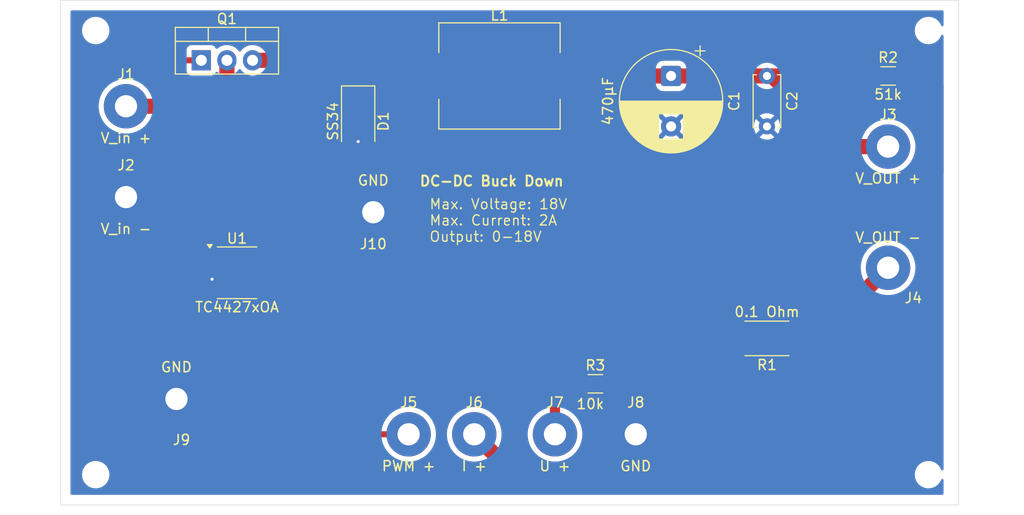
<source format=kicad_pcb>
(kicad_pcb (version 20241229) (generator "pcbnew") (generator_version "9.0")
  (title_block (title "DC-DC-Buck Down") (date "2025-06-03") (rev "B") (company "Yannick König") (comment 1 "Output: 0-18V") (comment 2 "Max. Stromstärke: 2A") (comment 3 "Max. Spannung: 18V"))
  (layers (0 "F.Cu" signal) (2 "B.Cu" signal) (13 "F.Paste" user) (15 "B.Paste" user) (5 "F.SilkS" user "F.Silkscreen") (7 "B.SilkS" user "B.Silkscreen") (1 "F.Mask" user) (3 "B.Mask" user) (25 "Edge.Cuts" user))
  (net 0 "")
  (net 1 "GND")
  (net 2 "Net-(J3-Pin_1)")
  (net 3 "Net-(D1-K)")
  (net 4 "Net-(Q1-G)")
  (net 5 "Net-(J1-Pin_1)")
  (net 6 "Net-(J4-Pin_1)")
  (net 7 "Net-(J7-Pin_1)")
  (net 9 "Net-(J5-Pin_1)")
  (footprint "Resistor_SMD:R_1206_3216Metric" (layer "F.Cu") (at 155.5 56.5)
    (property "Reference" "R2" (at 0 -1.83 0) (layer "F.SilkS"))
    (property "Value" "51k" (at 0 1.83 0) (layer "F.SilkS"))
    (fp_line (start -0.727064 -0.91) (end 0.727064 -0.91) (stroke (width 0.12)) (layer "F.SilkS"))
    (fp_line (start -0.727064 0.91) (end 0.727064 0.91) (stroke (width 0.12)) (layer "F.SilkS"))
    (pad "1" smd roundrect (at -1.4625 0) (size 1.125 1.75) (layers "F.Cu" "F.Mask" "F.Paste") (roundrect_rratio 0.222222) (net 2 "Net-(J3-Pin_1)"))
    (pad "2" smd roundrect (at 1.4625 0) (size 1.125 1.75) (layers "F.Cu" "F.Mask" "F.Paste") (roundrect_rratio 0.222222) (net 7 "Net-(J7-Pin_1)"))
  )
  (footprint "Resistor_SMD:R_1206_3216Metric" (layer "F.Cu") (at 126.5 87)
    (property "Reference" "R3" (at 0 -1.83 0) (layer "F.SilkS"))
    (property "Value" "10k" (at -0.5 2 0) (layer "F.SilkS"))
    (fp_line (start -0.727064 -0.91) (end 0.727064 -0.91) (stroke (width 0.12)) (layer "F.SilkS"))
    (fp_line (start -0.727064 0.91) (end 0.727064 0.91) (stroke (width 0.12)) (layer "F.SilkS"))
    (pad "1" smd roundrect (at -1.4625 0) (size 1.125 1.75) (layers "F.Cu" "F.Mask" "F.Paste") (roundrect_rratio 0.222222) (net 7 "Net-(J7-Pin_1)"))
    (pad "2" smd roundrect (at 1.4625 0) (size 1.125 1.75) (layers "F.Cu" "F.Mask" "F.Paste") (roundrect_rratio 0.222222) (net 1 "GND"))
  )
  (footprint "MountingHole:MountingHole_2.2mm_M2_Pad" (layer "F.Cu") (at 80 68.5)
    (property "Reference" "J2" (at 0 -3.15 0) (layer "F.SilkS"))
    (property "Value" "V_in -" (at 0 3.15 0) (layer "F.SilkS"))
    (pad "1" thru_hole circle (at 0 0) (size 4.4 4.4) (drill 2.2) (layers "*.Cu" "*.Mask") (net 1 "GND"))
  )
  (footprint "Diode_SMD:D_SMA" (layer "F.Cu") (at 103 61 -90)
    (property "Reference" "D1" (at 0 -2.5 90) (layer "F.SilkS"))
    (property "Value" "SS34" (at 0 2.5 90) (layer "F.SilkS"))
    (fp_line (start -3.51 1.65) (end 2 1.65) (stroke (width 0.12)) (layer "F.SilkS"))
    (fp_line (start -3.51 -1.65) (end -3.51 1.65) (stroke (width 0.12)) (layer "F.SilkS"))
    (fp_line (start -3.51 -1.65) (end 2 -1.65) (stroke (width 0.12)) (layer "F.SilkS"))
    (pad "1" smd roundrect (at -2 0 270) (size 2.5 1.8) (layers "F.Cu" "F.Mask" "F.Paste") (roundrect_rratio 0.1388888889) (net 3 "Net-(D1-K)"))
    (pad "2" smd roundrect (at 2 0 270) (size 2.5 1.8) (layers "F.Cu" "F.Mask" "F.Paste") (roundrect_rratio 0.1388888889) (net 1 "GND"))
  )
  (footprint "MountingHole:MountingHole_2.2mm_M2_Pad" (layer "F.Cu") (at 80 59.5)
    (property "Reference" "J1" (at 0 -3.15 0) (layer "F.SilkS"))
    (property "Value" "V_in +" (at 0 3.15 0) (layer "F.SilkS"))
    (pad "1" thru_hole circle (at 0 0) (size 4.4 4.4) (drill 2.2) (layers "*.Cu" "*.Mask") (net 5 "Net-(J1-Pin_1)"))
  )
  (footprint "MountingHole:MountingHole_2.2mm_M2_Pad" (layer "F.Cu") (at 155.5 63.5)
    (property "Reference" "J3" (at 0 -3.15 0) (layer "F.SilkS"))
    (property "Value" "V_OUT +" (at 0 3.15 0) (layer "F.SilkS"))
    (pad "1" thru_hole circle (at 0 0) (size 4.4 4.4) (drill 2.2) (layers "*.Cu" "*.Mask") (net 2 "Net-(J3-Pin_1)"))
  )
  (footprint "MountingHole:MountingHole_2.2mm_M2_Pad" (layer "F.Cu") (at 108 92)
    (property "Reference" "J5" (at 0 -3.15 0) (layer "F.SilkS"))
    (property "Value" "PWM +" (at 0 3.15 0) (layer "F.SilkS"))
    (pad "1" thru_hole circle (at 0 0) (size 4.4 4.4) (drill 2.2) (layers "*.Cu" "*.Mask") (net 9 "Net-(J5-Pin_1)"))
  )
  (footprint "MountingHole:MountingHole_2.2mm_M2_Pad" (layer "F.Cu") (at 114.5 92)
    (property "Reference" "J6" (at 0 -3.15 0) (layer "F.SilkS"))
    (property "Value" "I +" (at 0 3.15 0) (layer "F.SilkS"))
    (pad "1" thru_hole circle (at 0 0) (size 4.4 4.4) (drill 2.2) (layers "*.Cu" "*.Mask") (net 6 "Net-(J4-Pin_1)"))
  )
  (footprint "MountingHole:MountingHole_2.2mm_M2_Pad" (layer "F.Cu") (at 122.5 92)
    (property "Reference" "J7" (at 0 -3.15 0) (layer "F.SilkS"))
    (property "Value" "U +" (at 0 3.15 0) (layer "F.SilkS"))
    (pad "1" thru_hole circle (at 0 0) (size 4.4 4.4) (drill 2.2) (layers "*.Cu" "*.Mask") (net 7 "Net-(J7-Pin_1)"))
  )
  (footprint "MountingHole:MountingHole_2.2mm_M2" (layer "F.Cu") (at 159.5 52)
    (property "Reference" "REF1" (hide yes))
    (property "Value" "MountingHole_2.2mm_M2")
    (pad "" np_thru_hole circle (at 0 0) (size 2.2 2.2) (drill 2.2) (layers "*.Cu" "*.Mask"))
  )
  (footprint "MountingHole:MountingHole_2.2mm_M2_Pad" (layer "F.Cu") (at 104.5 70 180)
    (property "Reference" "J10" (at 0 -3.15 0) (layer "F.SilkS"))
    (property "Value" "GND" (at 0 3.15 0) (layer "F.SilkS"))
    (pad "1" thru_hole circle (at 0 0 180) (size 4.4 4.4) (drill 2.2) (layers "*.Cu" "*.Mask") (net 1 "GND"))
  )
  (footprint "MountingHole:MountingHole_2.2mm_M2_Pad" (layer "F.Cu") (at 85 88.5 180)
    (property "Reference" "J9" (at -0.5 -4.05 0) (layer "F.SilkS"))
    (property "Value" "GND" (at 0 3.15 0) (layer "F.SilkS"))
    (pad "1" thru_hole circle (at 0 0 180) (size 4.4 4.4) (drill 2.2) (layers "*.Cu" "*.Mask") (net 1 "GND"))
  )
  (footprint "MountingHole:MountingHole_2.2mm_M2" (layer "F.Cu") (at 77 52)
    (property "Reference" "REF**" (hide yes))
    (property "Value" "MountingHole_2.2mm_M2")
    (pad "" np_thru_hole circle (at 0 0) (size 2.2 2.2) (drill 2.2) (layers "*.Cu" "*.Mask"))
  )
  (footprint "Capacitor_THT:C_Disc_D5.0mm_W2.5mm_P5.00mm" (layer "F.Cu") (at 143.5 56.5 -90)
    (property "Reference" "C2" (at 2.5 -2.5 90) (layer "F.SilkS"))
    (property "Value" "C")
    (fp_line (start -0.12 1.37) (end 5.12 1.37) (stroke (width 0.12)) (layer "F.SilkS"))
    (fp_line (start -0.12 1.033) (end -0.12 1.37) (stroke (width 0.12)) (layer "F.SilkS"))
    (fp_line (start 5.12 1.033) (end 5.12 1.37) (stroke (width 0.12)) (layer "F.SilkS"))
    (fp_line (start -0.12 -1.37) (end -0.12 -1.033) (stroke (width 0.12)) (layer "F.SilkS"))
    (fp_line (start -0.12 -1.37) (end 5.12 -1.37) (stroke (width 0.12)) (layer "F.SilkS"))
    (fp_line (start 5.12 -1.37) (end 5.12 -1.033) (stroke (width 0.12)) (layer "F.SilkS"))
    (pad "1" thru_hole circle (at 0 0 270) (size 1.6 1.6) (drill 0.8) (layers "*.Cu" "*.Mask") (net 2 "Net-(J3-Pin_1)"))
    (pad "2" thru_hole circle (at 5 0 270) (size 1.6 1.6) (drill 0.8) (layers "*.Cu" "*.Mask") (net 1 "GND"))
  )
  (footprint "Package_TO_SOT_THT:TO-220-3_Vertical" (layer "F.Cu") (at 87.46 54.95)
    (property "Reference" "Q1" (at 2.54 -4.1 0) (layer "F.SilkS"))
    (property "Value" "IRLZ44N")
    (fp_line (start -2.57 -3.26) (end -2.57 1.36) (stroke (width 0.12)) (layer "F.SilkS"))
    (fp_line (start -2.57 -3.26) (end 7.65 -3.26) (stroke (width 0.12)) (layer "F.SilkS"))
    (fp_line (start -2.57 -1.88) (end 7.65 -1.88) (stroke (width 0.12)) (layer "F.SilkS"))
    (fp_line (start -2.57 1.36) (end 7.65 1.36) (stroke (width 0.12)) (layer "F.SilkS"))
    (fp_line (start 0.69 -3.26) (end 0.69 -1.88) (stroke (width 0.12)) (layer "F.SilkS"))
    (fp_line (start 4.39 -3.26) (end 4.39 -1.88) (stroke (width 0.12)) (layer "F.SilkS"))
    (fp_line (start 7.65 -3.26) (end 7.65 1.36) (stroke (width 0.12)) (layer "F.SilkS"))
    (pad "1" thru_hole rect (at 0 0) (size 1.905 2) (drill 1.1) (layers "*.Cu" "*.Mask") (net 4 "Net-(Q1-G)"))
    (pad "2" thru_hole oval (at 2.54 0) (size 1.905 2) (drill 1.1) (layers "*.Cu" "*.Mask") (net 5 "Net-(J1-Pin_1)"))
    (pad "3" thru_hole oval (at 5.08 0) (size 1.905 2) (drill 1.1) (layers "*.Cu" "*.Mask") (net 3 "Net-(D1-K)"))
  )
  (footprint "MountingHole:MountingHole_2.2mm_M2" (layer "F.Cu") (at 77 96)
    (property "Reference" "REF**" (hide yes))
    (property "Value" "MountingHole_2.2mm_M2")
    (pad "" np_thru_hole circle (at 0 0) (size 2.2 2.2) (drill 2.2) (layers "*.Cu" "*.Mask"))
  )
  (footprint "MountingHole:MountingHole_2.2mm_M2_Pad" (layer "F.Cu") (at 130.5 92)
    (property "Reference" "J8" (at 0 -3.15 0) (layer "F.SilkS"))
    (property "Value" "GND" (at 0 3.15 0) (layer "F.SilkS"))
    (pad "1" thru_hole circle (at 0 0) (size 4.4 4.4) (drill 2.2) (layers "*.Cu" "*.Mask") (net 1 "GND"))
  )
  (footprint "MountingHole:MountingHole_2.2mm_M2_Pad" (layer "F.Cu") (at 155.5 75.5)
    (property "Reference" "J4" (at 2.5 3 0) (layer "F.SilkS"))
    (property "Value" "V_OUT -" (at 0 -3 0) (layer "F.SilkS"))
    (pad "1" thru_hole circle (at 0 0) (size 4.4 4.4) (drill 2.2) (layers "*.Cu" "*.Mask") (net 6 "Net-(J4-Pin_1)"))
  )
  (footprint "Package_SO:SOIC-8_3.9x4.9mm_P1.27mm" (layer "F.Cu") (at 91 76)
    (property "Reference" "U1" (at 0 -3.4 0) (layer "F.SilkS"))
    (property "Value" "TC4427xOA" (at 0 3.4 0) (layer "F.SilkS"))
    (fp_line (start 0 -2.56) (end -1.95 -2.56) (stroke (width 0.12)) (layer "F.SilkS"))
    (fp_line (start 0 -2.56) (end 1.95 -2.56) (stroke (width 0.12)) (layer "F.SilkS"))
    (fp_line (start 0 2.56) (end -1.95 2.56) (stroke (width 0.12)) (layer "F.SilkS"))
    (fp_line (start 0 2.56) (end 1.95 2.56) (stroke (width 0.12)) (layer "F.SilkS"))
    (fp_poly (pts (xy -2.7 -2.465) (xy -2.94 -2.795) (xy -2.46 -2.795)) (stroke (width 0.12)) (fill yes) (layer "F.SilkS"))
    (pad "1" smd roundrect (at -2.475 -1.905) (size 1.95 0.6) (layers "F.Cu" "F.Mask" "F.Paste"))
    (pad "2" smd roundrect (at -2.475 -0.635) (size 1.95 0.6) (layers "F.Cu" "F.Mask" "F.Paste") (net 9 "Net-(J5-Pin_1)"))
    (pad "3" smd roundrect (at -2.475 0.635) (size 1.95 0.6) (layers "F.Cu" "F.Mask" "F.Paste") (net 1 "GND"))
    (pad "4" smd roundrect (at -2.475 1.905) (size 1.95 0.6) (layers "F.Cu" "F.Mask" "F.Paste"))
    (pad "5" smd roundrect (at 2.475 1.905) (size 1.95 0.6) (layers "F.Cu" "F.Mask" "F.Paste"))
    (pad "6" smd roundrect (at 2.475 0.635) (size 1.95 0.6) (layers "F.Cu" "F.Mask" "F.Paste") (net 5 "Net-(J1-Pin_1)"))
    (pad "7" smd roundrect (at 2.475 -0.635) (size 1.95 0.6) (layers "F.Cu" "F.Mask" "F.Paste") (net 4 "Net-(Q1-G)"))
    (pad "8" smd roundrect (at 2.475 -1.905) (size 1.95 0.6) (layers "F.Cu" "F.Mask" "F.Paste"))
  )
  (footprint "Inductor_SMD:L_Sunlord_MWSA1003S" (layer "F.Cu") (at 117 56.5)
    (property "Reference" "L1" (at 0 -6 0) (layer "F.SilkS"))
    (property "Value" "L")
    (fp_line (start -6.01 -5.26) (end -6.01 -2.31) (stroke (width 0.12)) (layer "F.SilkS"))
    (fp_line (start -6.01 -5.26) (end 6.01 -5.26) (stroke (width 0.12)) (layer "F.SilkS"))
    (fp_line (start -6.01 5.26) (end -6.01 2.31) (stroke (width 0.12)) (layer "F.SilkS"))
    (fp_line (start -6.01 5.26) (end 6.01 5.26) (stroke (width 0.12)) (layer "F.SilkS"))
    (fp_line (start 6.01 -5.26) (end 6.01 -2.31) (stroke (width 0.12)) (layer "F.SilkS"))
    (fp_line (start 6.01 5.26) (end 6.01 2.31) (stroke (width 0.12)) (layer "F.SilkS"))
    (pad "1" smd roundrect (at -4.75 0) (size 4.1 4.1) (layers "F.Cu" "F.Mask" "F.Paste") (roundrect_rratio 0.060976) (net 3 "Net-(D1-K)"))
    (pad "2" smd roundrect (at 4.75 0) (size 4.1 4.1) (layers "F.Cu" "F.Mask" "F.Paste") (roundrect_rratio 0.060976) (net 2 "Net-(J3-Pin_1)"))
  )
  (footprint "Capacitor_THT:CP_Radial_D10.0mm_P5.00mm" (layer "F.Cu") (at 134 56.5 -90)
    (property "Reference" "C1" (at 2.5 -6.25 90) (layer "F.SilkS"))
    (property "Value" "470µF" (at 2.5 6.25 90) (layer "F.SilkS"))
    (fp_line (start 3.78 1.24) (end 3.78 4.917) (stroke (width 0.12)) (layer "F.SilkS"))
    (fp_line (start 3.82 1.24) (end 3.82 4.907) (stroke (width 0.12)) (layer "F.SilkS"))
    (fp_line (start 3.86 1.24) (end 3.86 4.896) (stroke (width 0.12)) (layer "F.SilkS"))
    (fp_line (start 3.9 1.24) (end 3.9 4.885) (stroke (width 0.12)) (layer "F.SilkS"))
    (fp_line (start 3.94 1.24) (end 3.94 4.873) (stroke (width 0.12)) (layer "F.SilkS"))
    (fp_line (start 3.98 1.24) (end 3.98 4.861) (stroke (width 0.12)) (layer "F.SilkS"))
    (fp_line (start 4.02 1.24) (end 4.02 4.849) (stroke (width 0.12)) (layer "F.SilkS"))
    (fp_line (start 4.06 1.24) (end 4.06 4.837) (stroke (width 0.12)) (layer "F.SilkS"))
    (fp_line (start 4.1 1.24) (end 4.1 4.824) (stroke (width 0.12)) (layer "F.SilkS"))
    (fp_line (start 4.14 1.24) (end 4.14 4.81) (stroke (width 0.12)) (layer "F.SilkS"))
    (fp_line (start 4.18 1.24) (end 4.18 4.797) (stroke (width 0.12)) (layer "F.SilkS"))
    (fp_line (start 4.22 1.24) (end 4.22 4.782) (stroke (width 0.12)) (layer "F.SilkS"))
    (fp_line (start 4.26 1.24) (end 4.26 4.768) (stroke (width 0.12)) (layer "F.SilkS"))
    (fp_line (start 4.3 1.24) (end 4.3 4.753) (stroke (width 0.12)) (layer "F.SilkS"))
    (fp_line (start 4.34 1.24) (end 4.34 4.738) (stroke (width 0.12)) (layer "F.SilkS"))
    (fp_line (start 4.38 1.24) (end 4.38 4.722) (stroke (width 0.12)) (layer "F.SilkS"))
    (fp_line (start 4.42 1.24) (end 4.42 4.706) (stroke (width 0.12)) (layer "F.SilkS"))
    (fp_line (start 4.46 1.24) (end 4.46 4.69) (stroke (width 0.12)) (layer "F.SilkS"))
    (fp_line (start 4.5 1.24) (end 4.5 4.673) (stroke (width 0.12)) (layer "F.SilkS"))
    (fp_line (start 4.54 1.24) (end 4.54 4.656) (stroke (width 0.12)) (layer "F.SilkS"))
    (fp_line (start 4.58 1.24) (end 4.58 4.638) (stroke (width 0.12)) (layer "F.SilkS"))
    (fp_line (start 4.62 1.24) (end 4.62 4.62) (stroke (width 0.12)) (layer "F.SilkS"))
    (fp_line (start 4.66 1.24) (end 4.66 4.602) (stroke (width 0.12)) (layer "F.SilkS"))
    (fp_line (start 4.7 1.24) (end 4.7 4.583) (stroke (width 0.12)) (layer "F.SilkS"))
    (fp_line (start 4.74 1.24) (end 4.74 4.564) (stroke (width 0.12)) (layer "F.SilkS"))
    (fp_line (start 4.78 1.24) (end 4.78 4.544) (stroke (width 0.12)) (layer "F.SilkS"))
    (fp_line (start 4.82 1.24) (end 4.82 4.524) (stroke (width 0.12)) (layer "F.SilkS"))
    (fp_line (start 4.86 1.24) (end 4.86 4.504) (stroke (width 0.12)) (layer "F.SilkS"))
    (fp_line (start 4.9 1.24) (end 4.9 4.483) (stroke (width 0.12)) (layer "F.SilkS"))
    (fp_line (start 4.94 1.24) (end 4.94 4.461) (stroke (width 0.12)) (layer "F.SilkS"))
    (fp_line (start 4.98 1.24) (end 4.98 4.439) (stroke (width 0.12)) (layer "F.SilkS"))
    (fp_line (start 5.02 1.24) (end 5.02 4.417) (stroke (width 0.12)) (layer "F.SilkS"))
    (fp_line (start 5.06 1.24) (end 5.06 4.394) (stroke (width 0.12)) (layer "F.SilkS"))
    (fp_line (start 5.1 1.24) (end 5.1 4.371) (stroke (width 0.12)) (layer "F.SilkS"))
    (fp_line (start 5.14 1.24) (end 5.14 4.347) (stroke (width 0.12)) (layer "F.SilkS"))
    (fp_line (start 5.18 1.24) (end 5.18 4.323) (stroke (width 0.12)) (layer "F.SilkS"))
    (fp_line (start 5.22 1.24) (end 5.22 4.298) (stroke (width 0.12)) (layer "F.SilkS"))
    (fp_line (start 5.26 1.24) (end 5.26 4.272) (stroke (width 0.12)) (layer "F.SilkS"))
    (fp_line (start 5.3 1.24) (end 5.3 4.247) (stroke (width 0.12)) (layer "F.SilkS"))
    (fp_line (start 5.34 1.24) (end 5.34 4.22) (stroke (width 0.12)) (layer "F.SilkS"))
    (fp_line (start 5.38 1.24) (end 5.38 4.193) (stroke (width 0.12)) (layer "F.SilkS"))
    (fp_line (start 5.42 1.24) (end 5.42 4.166) (stroke (width 0.12)) (layer "F.SilkS"))
    (fp_line (start 5.46 1.24) (end 5.46 4.138) (stroke (width 0.12)) (layer "F.SilkS"))
    (fp_line (start 5.5 1.24) (end 5.5 4.109) (stroke (width 0.12)) (layer "F.SilkS"))
    (fp_line (start 5.54 1.24) (end 5.54 4.08) (stroke (width 0.12)) (layer "F.SilkS"))
    (fp_line (start 5.58 1.24) (end 5.58 4.05) (stroke (width 0.12)) (layer "F.SilkS"))
    (fp_line (start 5.62 1.24) (end 5.62 4.02) (stroke (width 0.12)) (layer "F.SilkS"))
    (fp_line (start 5.66 1.24) (end 5.66 3.988) (stroke (width 0.12)) (layer "F.SilkS"))
    (fp_line (start 5.7 1.24) (end 5.7 3.957) (stroke (width 0.12)) (layer "F.SilkS"))
    (fp_line (start 5.74 1.24) (end 5.74 3.924) (stroke (width 0.12)) (layer "F.SilkS"))
    (fp_line (start 5.78 1.24) (end 5.78 3.891) (stroke (width 0.12)) (layer "F.SilkS"))
    (fp_line (start 5.82 1.24) (end 5.82 3.858) (stroke (width 0.12)) (layer "F.SilkS"))
    (fp_line (start 5.86 1.24) (end 5.86 3.823) (stroke (width 0.12)) (layer "F.SilkS"))
    (fp_line (start 5.9 1.24) (end 5.9 3.788) (stroke (width 0.12)) (layer "F.SilkS"))
    (fp_line (start 5.94 1.24) (end 5.94 3.752) (stroke (width 0.12)) (layer "F.SilkS"))
    (fp_line (start 5.98 1.24) (end 5.98 3.716) (stroke (width 0.12)) (layer "F.SilkS"))
    (fp_line (start 6.02 1.24) (end 6.02 3.678) (stroke (width 0.12)) (layer "F.SilkS"))
    (fp_line (start 6.06 1.24) (end 6.06 3.64) (stroke (width 0.12)) (layer "F.SilkS"))
    (fp_line (start 6.1 1.24) (end 6.1 3.601) (stroke (width 0.12)) (layer "F.SilkS"))
    (fp_line (start 6.14 1.24) (end 6.14 3.561) (stroke (width 0.12)) (layer "F.SilkS"))
    (fp_line (start 6.18 1.24) (end 6.18 3.52) (stroke (width 0.12)) (layer "F.SilkS"))
    (fp_line (start 6.22 1.24) (end 6.22 3.478) (stroke (width 0.12)) (layer "F.SilkS"))
    (fp_line (start 7.58 -0.599) (end 7.58 0.599) (stroke (width 0.12)) (layer "F.SilkS"))
    (fp_line (start 7.54 -0.862) (end 7.54 0.862) (stroke (width 0.12)) (layer "F.SilkS"))
    (fp_line (start 7.5 -1.062) (end 7.5 1.062) (stroke (width 0.12)) (layer "F.SilkS"))
    (fp_line (start 7.46 -1.23) (end 7.46 1.23) (stroke (width 0.12)) (layer "F.SilkS"))
    (fp_line (start 7.42 -1.377) (end 7.42 1.377) (stroke (width 0.12)) (layer "F.SilkS"))
    (fp_line (start 7.38 -1.509) (end 7.38 1.509) (stroke (width 0.12)) (layer "F.SilkS"))
    (fp_line (start 7.34 -1.63) (end 7.34 1.63) (stroke (width 0.12)) (layer "F.SilkS"))
    (fp_line (start 7.3 -1.742) (end 7.3 1.742) (stroke (width 0.12)) (layer "F.SilkS"))
    (fp_line (start 7.26 -1.846) (end 7.26 1.846) (stroke (width 0.12)) (layer "F.SilkS"))
    (fp_line (start 7.22 -1.944) (end 7.22 1.944) (stroke (width 0.12)) (layer "F.SilkS"))
    (fp_line (start 7.18 -2.037) (end 7.18 2.037) (stroke (width 0.12)) (layer "F.SilkS"))
    (fp_line (start 7.14 -2.124) (end 7.14 2.124) (stroke (width 0.12)) (layer "F.SilkS"))
    (fp_line (start 7.1 -2.208) (end 7.1 2.208) (stroke (width 0.12)) (layer "F.SilkS"))
    (fp_line (start 7.06 -2.288) (end 7.06 2.288) (stroke (width 0.12)) (layer "F.SilkS"))
    (fp_line (start 7.02 -2.365) (end 7.02 2.365) (stroke (width 0.12)) (layer "F.SilkS"))
    (fp_line (start 6.98 -2.439) (end 6.98 2.439) (stroke (width 0.12)) (layer "F.SilkS"))
    (fp_line (start 6.94 -2.51) (end 6.94 2.51) (stroke (width 0.12)) (layer "F.SilkS"))
    (fp_line (start 6.9 -2.578) (end 6.9 2.578) (stroke (width 0.12)) (layer "F.SilkS"))
    (fp_line (start 6.86 -2.644) (end 6.86 2.644) (stroke (width 0.12)) (layer "F.SilkS"))
    (fp_line (start 6.82 -2.708) (end 6.82 2.708) (stroke (width 0.12)) (layer "F.SilkS"))
    (fp_line (start 6.78 -2.77) (end 6.78 2.77) (stroke (width 0.12)) (layer "F.SilkS"))
    (fp_line (start 6.74 -2.83) (end 6.74 2.83) (stroke (width 0.12)) (layer "F.SilkS"))
    (fp_line (start -2.979646 -2.875) (end -1.979646 -2.875) (stroke (width 0.12)) (layer "F.SilkS"))
    (fp_line (start 6.7 -2.888) (end 6.7 2.888) (stroke (width 0.12)) (layer "F.SilkS"))
    (fp_line (start 6.66 -2.945) (end 6.66 2.945) (stroke (width 0.12)) (layer "F.SilkS"))
    (fp_line (start 6.62 -3) (end 6.62 3) (stroke (width 0.12)) (layer "F.SilkS"))
    (fp_line (start 6.58 -3.053) (end 6.58 3.053) (stroke (width 0.12)) (layer "F.SilkS"))
    (fp_line (start 6.54 -3.105) (end 6.54 3.105) (stroke (width 0.12)) (layer "F.SilkS"))
    (fp_line (start 6.5 -3.156) (end 6.5 3.156) (stroke (width 0.12)) (layer "F.SilkS"))
    (fp_line (start 6.46 -3.205) (end 6.46 3.205) (stroke (width 0.12)) (layer "F.SilkS"))
    (fp_line (start 6.42 -3.254) (end 6.42 3.254) (stroke (width 0.12)) (layer "F.SilkS"))
    (fp_line (start 6.38 -3.301) (end 6.38 3.301) (stroke (width 0.12)) (layer "F.SilkS"))
    (fp_line (start 6.34 -3.347) (end 6.34 3.347) (stroke (width 0.12)) (layer "F.SilkS"))
    (fp_line (start -2.479646 -3.375) (end -2.479646 -2.375) (stroke (width 0.12)) (layer "F.SilkS"))
    (fp_line (start 6.3 -3.391) (end 6.3 3.391) (stroke (width 0.12)) (layer "F.SilkS"))
    (fp_line (start 6.26 -3.435) (end 6.26 3.435) (stroke (width 0.12)) (layer "F.SilkS"))
    (fp_line (start 6.22 -3.478) (end 6.22 -1.24) (stroke (width 0.12)) (layer "F.SilkS"))
    (fp_line (start 6.18 -3.52) (end 6.18 -1.24) (stroke (width 0.12)) (layer "F.SilkS"))
    (fp_line (start 6.14 -3.561) (end 6.14 -1.24) (stroke (width 0.12)) (layer "F.SilkS"))
    (fp_line (start 6.1 -3.601) (end 6.1 -1.24) (stroke (width 0.12)) (layer "F.SilkS"))
    (fp_line (start 6.06 -3.64) (end 6.06 -1.24) (stroke (width 0.12)) (layer "F.SilkS"))
    (fp_line (start 6.02 -3.678) (end 6.02 -1.24) (stroke (width 0.12)) (layer "F.SilkS"))
    (fp_line (start 5.98 -3.716) (end 5.98 -1.24) (stroke (width 0.12)) (layer "F.SilkS"))
    (fp_line (start 5.94 -3.752) (end 5.94 -1.24) (stroke (width 0.12)) (layer "F.SilkS"))
    (fp_line (start 5.9 -3.788) (end 5.9 -1.24) (stroke (width 0.12)) (layer "F.SilkS"))
    (fp_line (start 5.86 -3.823) (end 5.86 -1.24) (stroke (width 0.12)) (layer "F.SilkS"))
    (fp_line (start 5.82 -3.858) (end 5.82 -1.24) (stroke (width 0.12)) (layer "F.SilkS"))
    (fp_line (start 5.78 -3.891) (end 5.78 -1.24) (stroke (width 0.12)) (layer "F.SilkS"))
    (fp_line (start 5.74 -3.924) (end 5.74 -1.24) (stroke (width 0.12)) (layer "F.SilkS"))
    (fp_line (start 5.7 -3.957) (end 5.7 -1.24) (stroke (width 0.12)) (layer "F.SilkS"))
    (fp_line (start 5.66 -3.988) (end 5.66 -1.24) (stroke (width 0.12)) (layer "F.SilkS"))
    (fp_line (start 5.62 -4.02) (end 5.62 -1.24) (stroke (width 0.12)) (layer "F.SilkS"))
    (fp_line (start 5.58 -4.05) (end 5.58 -1.24) (stroke (width 0.12)) (layer "F.SilkS"))
    (fp_line (start 5.54 -4.08) (end 5.54 -1.24) (stroke (width 0.12)) (layer "F.SilkS"))
    (fp_line (start 5.5 -4.109) (end 5.5 -1.24) (stroke (width 0.12)) (layer "F.SilkS"))
    (fp_line (start 5.46 -4.138) (end 5.46 -1.24) (stroke (width 0.12)) (layer "F.SilkS"))
    (fp_line (start 5.42 -4.166) (end 5.42 -1.24) (stroke (width 0.12)) (layer "F.SilkS"))
    (fp_line (start 5.38 -4.193) (end 5.38 -1.24) (stroke (width 0.12)) (layer "F.SilkS"))
    (fp_line (start 5.34 -4.22) (end 5.34 -1.24) (stroke (width 0.12)) (layer "F.SilkS"))
    (fp_line (start 5.3 -4.247) (end 5.3 -1.24) (stroke (width 0.12)) (layer "F.SilkS"))
    (fp_line (start 5.26 -4.272) (end 5.26 -1.24) (stroke (width 0.12)) (layer "F.SilkS"))
    (fp_line (start 5.22 -4.298) (end 5.22 -1.24) (stroke (width 0.12)) (layer "F.SilkS"))
    (fp_line (start 5.18 -4.323) (end 5.18 -1.24) (stroke (width 0.12)) (layer "F.SilkS"))
    (fp_line (start 5.14 -4.347) (end 5.14 -1.24) (stroke (width 0.12)) (layer "F.SilkS"))
    (fp_line (start 5.1 -4.371) (end 5.1 -1.24) (stroke (width 0.12)) (layer "F.SilkS"))
    (fp_line (start 5.06 -4.394) (end 5.06 -1.24) (stroke (width 0.12)) (layer "F.SilkS"))
    (fp_line (start 5.02 -4.417) (end 5.02 -1.24) (stroke (width 0.12)) (layer "F.SilkS"))
    (fp_line (start 4.98 -4.439) (end 4.98 -1.24) (stroke (width 0.12)) (layer "F.SilkS"))
    (fp_line (start 4.94 -4.461) (end 4.94 -1.24) (stroke (width 0.12)) (layer "F.SilkS"))
    (fp_line (start 4.9 -4.483) (end 4.9 -1.24) (stroke (width 0.12)) (layer "F.SilkS"))
    (fp_line (start 4.86 -4.504) (end 4.86 -1.24) (stroke (width 0.12)) (layer "F.SilkS"))
    (fp_line (start 4.82 -4.524) (end 4.82 -1.24) (stroke (width 0.12)) (layer "F.SilkS"))
    (fp_line (start 4.78 -4.544) (end 4.78 -1.24) (stroke (width 0.12)) (layer "F.SilkS"))
    (fp_line (start 4.74 -4.564) (end 4.74 -1.24) (stroke (width 0.12)) (layer "F.SilkS"))
    (fp_line (start 4.7 -4.583) (end 4.7 -1.24) (stroke (width 0.12)) (layer "F.SilkS"))
    (fp_line (start 4.66 -4.602) (end 4.66 -1.24) (stroke (width 0.12)) (layer "F.SilkS"))
    (fp_line (start 4.62 -4.62) (end 4.62 -1.24) (stroke (width 0.12)) (layer "F.SilkS"))
    (fp_line (start 4.58 -4.638) (end 4.58 -1.24) (stroke (width 0.12)) (layer "F.SilkS"))
    (fp_line (start 4.54 -4.656) (end 4.54 -1.24) (stroke (width 0.12)) (layer "F.SilkS"))
    (fp_line (start 4.5 -4.673) (end 4.5 -1.24) (stroke (width 0.12)) (layer "F.SilkS"))
    (fp_line (start 4.46 -4.69) (end 4.46 -1.24) (stroke (width 0.12)) (layer "F.SilkS"))
    (fp_line (start 4.42 -4.706) (end 4.42 -1.24) (stroke (width 0.12)) (layer "F.SilkS"))
    (fp_line (start 4.38 -4.722) (end 4.38 -1.24) (stroke (width 0.12)) (layer "F.SilkS"))
    (fp_line (start 4.34 -4.738) (end 4.34 -1.24) (stroke (width 0.12)) (layer "F.SilkS"))
    (fp_line (start 4.3 -4.753) (end 4.3 -1.24) (stroke (width 0.12)) (layer "F.SilkS"))
    (fp_line (start 4.26 -4.768) (end 4.26 -1.24) (stroke (width 0.12)) (layer "F.SilkS"))
    (fp_line (start 4.22 -4.782) (end 4.22 -1.24) (stroke (width 0.12)) (layer "F.SilkS"))
    (fp_line (start 4.18 -4.797) (end 4.18 -1.24) (stroke (width 0.12)) (layer "F.SilkS"))
    (fp_line (start 4.14 -4.81) (end 4.14 -1.24) (stroke (width 0.12)) (layer "F.SilkS"))
    (fp_line (start 4.1 -4.824) (end 4.1 -1.24) (stroke (width 0.12)) (layer "F.SilkS"))
    (fp_line (start 4.06 -4.837) (end 4.06 -1.24) (stroke (width 0.12)) (layer "F.SilkS"))
    (fp_line (start 4.02 -4.849) (end 4.02 -1.24) (stroke (width 0.12)) (layer "F.SilkS"))
    (fp_line (start 3.98 -4.861) (end 3.98 -1.24) (stroke (width 0.12)) (layer "F.SilkS"))
    (fp_line (start 3.94 -4.873) (end 3.94 -1.24) (stroke (width 0.12)) (layer "F.SilkS"))
    (fp_line (start 3.9 -4.885) (end 3.9 -1.24) (stroke (width 0.12)) (layer "F.SilkS"))
    (fp_line (start 3.86 -4.896) (end 3.86 -1.24) (stroke (width 0.12)) (layer "F.SilkS"))
    (fp_line (start 3.82 -4.907) (end 3.82 -1.24) (stroke (width 0.12)) (layer "F.SilkS"))
    (fp_line (start 3.78 -4.917) (end 3.78 -1.24) (stroke (width 0.12)) (layer "F.SilkS"))
    (fp_line (start 3.74 -4.928) (end 3.74 4.928) (stroke (width 0.12)) (layer "F.SilkS"))
    (fp_line (start 3.7 -4.937) (end 3.7 4.937) (stroke (width 0.12)) (layer "F.SilkS"))
    (fp_line (start 3.66 -4.947) (end 3.66 4.947) (stroke (width 0.12)) (layer "F.SilkS"))
    (fp_line (start 3.62 -4.956) (end 3.62 4.956) (stroke (width 0.12)) (layer "F.SilkS"))
    (fp_line (start 3.58 -4.965) (end 3.58 4.965) (stroke (width 0.12)) (layer "F.SilkS"))
    (fp_line (start 3.54 -4.973) (end 3.54 4.973) (stroke (width 0.12)) (layer "F.SilkS"))
    (fp_line (start 3.5 -4.981) (end 3.5 4.981) (stroke (width 0.12)) (layer "F.SilkS"))
    (fp_line (start 3.46 -4.989) (end 3.46 4.989) (stroke (width 0.12)) (layer "F.SilkS"))
    (fp_line (start 3.42 -4.997) (end 3.42 4.997) (stroke (width 0.12)) (layer "F.SilkS"))
    (fp_line (start 3.38 -5.004) (end 3.38 5.004) (stroke (width 0.12)) (layer "F.SilkS"))
    (fp_line (start 3.34 -5.011) (end 3.34 5.011) (stroke (width 0.12)) (layer "F.SilkS"))
    (fp_line (start 3.3 -5.017) (end 3.3 5.017) (stroke (width 0.12)) (layer "F.SilkS"))
    (fp_line (start 3.26 -5.023) (end 3.26 5.023) (stroke (width 0.12)) (layer "F.SilkS"))
    (fp_line (start 3.22 -5.029) (end 3.22 5.029) (stroke (width 0.12)) (layer "F.SilkS"))
    (fp_line (start 3.18 -5.035) (end 3.18 5.035) (stroke (width 0.12)) (layer "F.SilkS"))
    (fp_line (start 3.14 -5.04) (end 3.14 5.04) (stroke (width 0.12)) (layer "F.SilkS"))
    (fp_line (start 3.1 -5.045) (end 3.1 5.045) (stroke (width 0.12)) (layer "F.SilkS"))
    (fp_line (start 3.06 -5.049) (end 3.06 5.049) (stroke (width 0.12)) (layer "F.SilkS"))
    (fp_line (start 3.02 -5.054) (end 3.02 5.054) (stroke (width 0.12)) (layer "F.SilkS"))
    (fp_line (start 2.98 -5.057) (end 2.98 5.057) (stroke (width 0.12)) (layer "F.SilkS"))
    (fp_line (start 2.94 -5.061) (end 2.94 5.061) (stroke (width 0.12)) (layer "F.SilkS"))
    (fp_line (start 2.9 -5.064) (end 2.9 5.064) (stroke (width 0.12)) (layer "F.SilkS"))
    (fp_line (start 2.86 -5.067) (end 2.86 5.067) (stroke (width 0.12)) (layer "F.SilkS"))
    (fp_line (start 2.82 -5.07) (end 2.82 5.07) (stroke (width 0.12)) (layer "F.SilkS"))
    (fp_line (start 2.78 -5.072) (end 2.78 5.072) (stroke (width 0.12)) (layer "F.SilkS"))
    (fp_line (start 2.74 -5.074) (end 2.74 5.074) (stroke (width 0.12)) (layer "F.SilkS"))
    (fp_line (start 2.7 -5.076) (end 2.7 5.076) (stroke (width 0.12)) (layer "F.SilkS"))
    (fp_line (start 2.66 -5.077) (end 2.66 5.077) (stroke (width 0.12)) (layer "F.SilkS"))
    (fp_line (start 2.58 -5.079) (end 2.58 5.079) (stroke (width 0.12)) (layer "F.SilkS"))
    (fp_line (start 2.62 -5.079) (end 2.62 5.079) (stroke (width 0.12)) (layer "F.SilkS"))
    (fp_line (start 2.5 -5.08) (end 2.5 5.08) (stroke (width 0.12)) (layer "F.SilkS"))
    (fp_line (start 2.54 -5.08) (end 2.54 5.08) (stroke (width 0.12)) (layer "F.SilkS"))
    (fp_circle (center 2.5 0) (end 7.62 0) (stroke (width 0.12)) (fill no) (layer "F.SilkS"))
    (pad "1" thru_hole roundrect (at 0 0 270) (size 2 2) (drill 1) (layers "*.Cu" "*.Mask") (roundrect_rratio 0.125) (net 2 "Net-(J3-Pin_1)"))
    (pad "2" thru_hole circle (at 5 0 270) (size 2 2) (drill 1) (layers "*.Cu" "*.Mask") (net 1 "GND"))
  )
  (footprint "" (layer "F.Cu") (at 159.5 96)
    (property "Reference" "" (at 0 0 0) (layer "F.SilkS") (effects (font (size 1.27 1.27))))
    (property "Value" "")
    (pad "" np_thru_hole circle (at 0 0) (size 2.2 2.2) (drill 2.2) (layers "*.Cu" "*.Mask"))
  )
  (footprint "Resistor_SMD:R_2512_6332Metric" (layer "F.Cu") (at 143.5 82.5 180)
    (property "Reference" "R1" (at 0 -2.63 0) (layer "F.SilkS"))
    (property "Value" "0.1 Ohm" (at 0 2.63 0) (layer "F.SilkS"))
    (fp_line (start -2.177064 1.71) (end 2.177064 1.71) (stroke (width 0.12)) (layer "F.SilkS"))
    (fp_line (start -2.177064 -1.71) (end 2.177064 -1.71) (stroke (width 0.12)) (layer "F.SilkS"))
    (pad "1" smd roundrect (at -2.9625 0 180) (size 1.225 3.35) (layers "F.Cu" "F.Mask" "F.Paste") (roundrect_rratio 0.204082) (net 6 "Net-(J4-Pin_1)"))
    (pad "2" smd roundrect (at 2.9625 0 180) (size 1.225 3.35) (layers "F.Cu" "F.Mask" "F.Paste") (roundrect_rratio 0.204082) (net 1 "GND"))
  )
  (gr_rect (start 73.5 49) (end 162.5 99) (stroke (width 0.05)) (fill no) (layer "Edge.Cuts"))
  (gr_text "Max. Voltage: 18V\nMax. Current: 2A\nOutput: 0-18V" (at 110 73 0) (layer "F.SilkS") (effects (font (size 1 1) (thickness 0.125)) (justify left bottom)))
  (gr_text "DC-DC Buck Down\n" (at 109 67.5 0) (layer "F.SilkS") (effects (font (size 1 1) (thickness 0.2) (bold yes)) (justify left bottom)))
  (segment (start 130.5 92) (end 130.5 91.5) (width 0.2) (layer "F.Cu") (net 1))
  (segment (start 103 68.5) (end 104.5 70) (width 1.5) (layer "F.Cu") (net 1))
  (segment (start 140.5375 82.5) (end 131.0375 92) (width 1) (layer "F.Cu") (net 1))
  (segment (start 130.5 91.5) (end 127.9625 88.9625) (width 1) (layer "F.Cu") (net 1))
  (segment (start 131.0375 92) (end 130.5 92) (width 0.2) (layer "F.Cu") (net 1))
  (segment (start 103 63) (end 103 68.5) (width 1.5) (layer "F.Cu") (net 1))
  (segment (start 127.9625 88.9625) (end 127.9625 87) (width 1) (layer "F.Cu") (net 1))
  (via (at 103 63) (size 1) (drill 0.3) (layers "F.Cu" "B.Cu") (net 1))
  (via (at 88.525 76.635) (size 0.6) (drill 0.3) (layers "F.Cu" "B.Cu") (net 1))
  (segment (start 151 63.5) (end 155.5 63.5) (width 1.5) (layer "F.Cu") (net 2))
  (segment (start 134 56.5) (end 143.5 56.5) (width 1.5) (layer "F.Cu") (net 2))
  (segment (start 121.75 56.5) (end 134 56.5) (width 1.5) (layer "F.Cu") (net 2))
  (segment (start 144 56.5) (end 154.0375 56.5) (width 1.5) (layer "F.Cu") (net 2))
  (segment (start 144 56.5) (end 151 63.5) (width 1.5) (layer "F.Cu") (net 2))
  (segment (start 103 59) (end 109.75 59) (width 1.5) (layer "F.Cu") (net 3))
  (segment (start 109.75 59) (end 112.25 56.5) (width 1.5) (layer "F.Cu") (net 3))
  (segment (start 98.95 54.95) (end 103 59) (width 1.5) (layer "F.Cu") (net 3))
  (segment (start 92.54 54.95) (end 98.95 54.95) (width 1.5) (layer "F.Cu") (net 3))
  (segment (start 89.5 65) (end 98 73.5) (width 0.6) (layer "F.Cu") (net 4))
  (segment (start 87.46 54.95) (end 77.05 54.95) (width 0.6) (layer "F.Cu") (net 4))
  (segment (start 75.5 56.5) (end 75.5 63.5) (width 0.6) (layer "F.Cu") (net 4))
  (segment (start 77.05 54.95) (end 75.5 56.5) (width 0.6) (layer "F.Cu") (net 4))
  (segment (start 98 73.5) (end 96.135 75.365) (width 0.6) (layer "F.Cu") (net 4))
  (segment (start 75.5 63.5) (end 77 65) (width 0.6) (layer "F.Cu") (net 4))
  (segment (start 77 65) (end 89.5 65) (width 0.6) (layer "F.Cu") (net 4))
  (segment (start 96.135 75.365) (end 93.475 75.365) (width 0.6) (layer "F.Cu") (net 4))
  (segment (start 87.95 59.5) (end 90 57.45) (width 1.5) (layer "F.Cu") (net 5))
  (segment (start 93.475 76.635) (end 97.365 76.635) (width 0.6) (layer "F.Cu") (net 5))
  (segment (start 97.365 76.635) (end 100 74) (width 0.6) (layer "F.Cu") (net 5))
  (segment (start 90 54.95) (end 90 54.9975) (width 0.2) (layer "F.Cu") (net 5))
  (segment (start 80 59.5) (end 87.95 59.5) (width 1.5) (layer "F.Cu") (net 5))
  (segment (start 90 57.45) (end 90 54.95) (width 1.5) (layer "F.Cu") (net 5))
  (segment (start 100 67.45) (end 90 57.45) (width 0.6) (layer "F.Cu") (net 5))
  (segment (start 100 74) (end 100 67.45) (width 0.6) (layer "F.Cu") (net 5))
  (segment (start 114.5 92) (end 119.5 97) (width 1.5) (layer "F.Cu") (net 6))
  (segment (start 119.5 97) (end 147 97) (width 1.5) (layer "F.Cu") (net 6))
  (segment (start 148.5 82.5) (end 146.4625 82.5) (width 1.5) (layer "F.Cu") (net 6))
  (segment (start 152.9625 86.9625) (end 148.5 82.5) (width 1.5) (layer "F.Cu") (net 6))
  (segment (start 155.5 75.5) (end 148.5 82.5) (width 1.5) (layer "F.Cu") (net 6))
  (segment (start 152.9625 91.0375) (end 152.9625 86.9625) (width 1.5) (layer "F.Cu") (net 6))
  (segment (start 147 97) (end 152.9625 91.0375) (width 1.5) (layer "F.Cu") (net 6))
  (segment (start 160.5 66) (end 160.5 57.5) (width 1) (layer "F.Cu") (net 7))
  (segment (start 160.5 57.5) (end 157.9625 57.5) (width 1) (layer "F.Cu") (net 7))
  (segment (start 122.5 92) (end 122.5 91) (width 0.2) (layer "F.Cu") (net 7))
  (segment (start 123.5 81) (end 122.5 82) (width 1) (layer "F.Cu") (net 7))
  (segment (start 123.5 81) (end 134.5 70) (width 1) (layer "F.Cu") (net 7))
  (segment (start 122.5 82) (end 122.5 92) (width 1) (layer "F.Cu") (net 7))
  (segment (start 156.5 70) (end 160.5 66) (width 1) (layer "F.Cu") (net 7))
  (segment (start 157.9625 57.5) (end 156.9625 56.5) (width 1) (layer "F.Cu") (net 7))
  (segment (start 134.5 70) (end 156.5 70) (width 1) (layer "F.Cu") (net 7))
  (segment (start 125.0375 87) (end 125.0375 82.5375) (width 1) (layer "F.Cu") (net 7))
  (segment (start 125.0375 82.5375) (end 123.5 81) (width 1) (layer "F.Cu") (net 7))
  (segment (start 84 76.5) (end 84 77.5) (width 0.6) (layer "F.Cu") (net 9))
  (segment (start 85.135 75.365) (end 84 76.5) (width 0.6) (layer "F.Cu") (net 9))
  (segment (start 88.525 75.365) (end 85.135 75.365) (width 0.6) (layer "F.Cu") (net 9))
  (segment (start 98.5 92) (end 108 92) (width 0.6) (layer "F.Cu") (net 9))
  (segment (start 84 77.5) (end 98.5 92) (width 0.6) (layer "F.Cu") (net 9))
  (zone (net 1) (net_name "GND") (layer "B.Cu") (connect_pads (clearance 0.5)) (min_thickness 0.25) (fill yes (thermal_gap 0.5) (thermal_bridge_width 0.5))
    (polygon (pts (xy 74.5 98) (xy 161 98) (xy 161 50) (xy 74.5 50)))
  )
)
</source>
